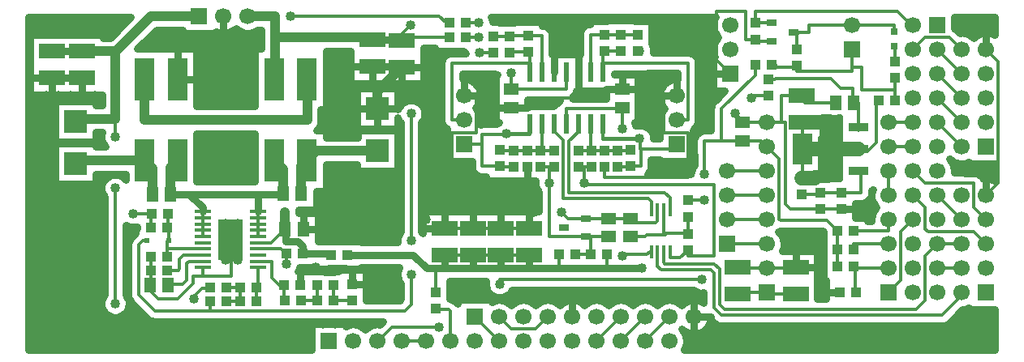
<source format=gbr>
G04 DipTrace 2.4.0.2*
%INTop.gbr*%
%MOIN*%
%ADD13C,0.013*%
%ADD14C,0.03*%
%ADD15C,0.0394*%
%ADD16C,0.025*%
%ADD17C,0.06*%
%ADD18C,0.04*%
%ADD19R,0.0433X0.0394*%
%ADD20R,0.1063X0.063*%
%ADD21R,0.0512X0.0591*%
%ADD22R,0.0591X0.0512*%
%ADD23R,0.0394X0.0433*%
%ADD25R,0.0945X0.0945*%
%ADD27R,0.0236X0.0236*%
%ADD28R,0.0315X0.0315*%
%ADD29R,0.0669X0.0669*%
%ADD30C,0.0669*%
%ADD32R,0.0413X0.0256*%
%ADD34R,0.0846X0.1772*%
%ADD35R,0.0709X0.0157*%
%ADD36R,0.0984X0.1654*%
%ADD37R,0.0846X0.0374*%
%ADD38R,0.0846X0.128*%
%ADD39R,0.0157X0.0551*%
%ADD40R,0.0236X0.0787*%
%FSLAX44Y44*%
G04*
G70*
G90*
G75*
G01*
%LNTop*%
%LPD*%
X28359Y8503D2*
D13*
Y7940D1*
D14*
X26396D1*
D13*
Y8503D1*
X36128Y6878D2*
X35003D1*
X34940Y6940D1*
X33815D1*
X33753Y6878D1*
X29815Y7940D2*
D14*
X28359D1*
X34999Y15064D2*
D13*
X34408D1*
X34297Y14954D1*
X17697Y8490D2*
D14*
X20406D1*
X20956Y7940D1*
X21342D1*
X21752D1*
X22861D1*
X24019D1*
X25161D1*
X26396D1*
X21690Y8491D2*
D13*
X22861D1*
X24013D1*
X24019Y8497D1*
X25170D1*
D14*
X25161D1*
Y7940D1*
X24019Y8497D2*
Y7940D1*
X22861Y8491D2*
Y7940D1*
X21690Y8491D2*
Y8002D1*
X21752Y7940D1*
X21342Y6942D2*
D13*
Y7940D1*
X5575Y16877D2*
D14*
X6794D1*
Y16873D1*
D15*
X8188D1*
Y14094D1*
X6649D1*
X6527Y13972D1*
X11621Y18314D2*
X9633D1*
X8192Y16873D1*
X8188Y14094D2*
D13*
Y13334D1*
X8172Y13350D1*
Y11239D2*
Y6487D1*
X11409Y6672D2*
Y6798D1*
X11735Y7125D1*
X12062D1*
X12080Y7143D1*
X21893Y18035D2*
X21759D1*
X21483Y18310D1*
X15365D1*
X33940Y13190D2*
X33065D1*
Y14503D1*
X34462Y15899D1*
Y16312D1*
X33065Y13190D2*
X32381D1*
Y11816D1*
Y10753D2*
X31711D1*
X31693Y10735D1*
X33940Y13190D2*
X34690D1*
X34940Y12940D1*
X37838Y9472D2*
Y8714D1*
X37833Y8003D2*
Y8714D1*
X37838D1*
X34940Y12940D2*
X35440Y12440D1*
Y9960D1*
X35495Y9905D1*
X37405D1*
X37838Y9472D1*
X18940Y4940D2*
X18966D1*
X19541Y5515D1*
X21460D1*
X23960Y7296D2*
Y7493D1*
X32257D1*
X18725Y17342D2*
D14*
X19925D1*
D13*
X19943Y17324D1*
X12076Y6580D2*
Y6176D1*
X9800D1*
X9141Y6836D1*
Y8922D1*
X9309Y9090D1*
X9488D1*
X13621Y18314D2*
D15*
X14735D1*
Y17452D1*
Y15771D1*
X14692Y15728D1*
X18725Y17342D2*
Y17452D1*
X14735D1*
X21893Y17444D2*
D13*
X20063D1*
X19943Y17324D1*
Y17581D1*
X20298Y17936D1*
X20322Y14302D2*
Y9094D1*
Y7700D2*
X20342D1*
Y6456D1*
X20062Y6176D1*
X12076D1*
X40940Y16940D2*
X41440Y17440D1*
X42440D1*
X42940Y16940D1*
X41940D2*
X42940Y15940D1*
X41940D2*
X42940Y14940D1*
X41940D2*
X42940Y13940D1*
X41940D2*
X42940Y12940D1*
X40940Y11940D2*
X41440Y11440D1*
X43440D1*
Y10440D1*
X43940Y9940D1*
Y8940D2*
X43440Y9440D1*
X41560D1*
X41440Y9560D1*
Y10440D1*
X40940Y10940D1*
X41940D2*
X42940Y9940D1*
X30193Y8628D2*
X30128D1*
X30003Y8503D1*
X29065D1*
X29003Y8440D1*
X26192Y13879D2*
Y13578D1*
X26568Y13203D1*
Y10816D1*
X30068D1*
X30193Y10691D1*
Y10360D1*
X30961D2*
Y10847D1*
X30742Y11066D1*
X26818D1*
Y13192D1*
X27193Y13567D1*
Y13878D1*
X27192Y13879D1*
X14046Y8739D2*
X14988D1*
X15190Y8537D1*
Y8113D1*
X37128Y10373D2*
X37984D1*
X38003Y10391D1*
X36378Y15044D2*
X36509D1*
Y14767D1*
X37759D1*
X37940Y6940D2*
X37128D1*
X37003Y7065D1*
Y7905D1*
X36905Y8003D1*
X36150D1*
X36128Y7980D1*
X35141Y17287D2*
X34560D1*
X34481Y17365D1*
X36378Y15044D2*
X35554D1*
Y13940D1*
X35692D1*
Y10594D1*
X35913Y10373D1*
X37128D1*
X43940Y16940D2*
X44440Y16440D1*
Y11440D1*
X43940Y10940D1*
X34481Y17365D2*
X34065D1*
Y18503D1*
X32878D1*
Y16503D1*
X33440Y15940D1*
X30449Y10360D2*
Y9884D1*
X30380Y9816D1*
X29498D1*
X29330Y9983D1*
X27505Y10001D2*
X28432D1*
Y9999D1*
X29314D1*
X29330Y9983D1*
X28993Y15314D2*
X27257D1*
X27193Y15379D1*
Y16004D1*
X27192Y16005D1*
X24447Y14566D2*
X25192D1*
X25567Y14941D1*
X26943D1*
X27257Y15256D1*
Y15314D1*
X26192Y16005D2*
Y17504D1*
X27192D1*
Y16005D1*
X28278Y12129D2*
Y11691D1*
X31693D1*
Y13511D1*
X30693D1*
Y15036D1*
X31224D1*
X22489Y15040D2*
X23005D1*
Y13523D1*
X22005D1*
Y11628D1*
X25380D1*
X25101D1*
Y12129D1*
X24447Y14566D2*
Y14441D1*
X23942D1*
X23344Y15040D1*
X22489D1*
X28993Y15314D2*
X30070D1*
X30348Y15036D1*
X31224D1*
X27505Y10001D2*
X26757D1*
X26505Y10253D1*
X25380D2*
Y11628D1*
X34940Y7940D2*
X33793D1*
X33753Y7980D1*
X34940Y7940D2*
X36088D1*
X36128Y7980D1*
X33940Y13938D2*
X34938D1*
X34940Y13940D1*
X35554D1*
X33940Y13938D2*
Y14003D1*
X33628Y14315D1*
X19940Y4940D2*
X20940D1*
X9651Y8434D2*
Y7860D1*
X9639Y7849D1*
Y7289D1*
X9600Y7250D1*
Y7015D1*
X9923Y6692D1*
X10737D1*
X11368Y7323D1*
Y7619D1*
X11762D1*
X12940D1*
Y8287D1*
Y9087D1*
X12904Y9123D1*
X11762Y7972D2*
Y7619D1*
X18725Y16240D2*
D14*
X19925D1*
D13*
X19943Y16222D1*
X5575Y15775D2*
D14*
X6794D1*
Y15771D1*
X18953Y14507D2*
D15*
Y15231D1*
X19943Y16222D1*
X17896Y7297D2*
D13*
Y8001D1*
X16419D1*
X15783D1*
Y7263D1*
X16672Y9556D2*
X16663Y9566D1*
X15895D1*
X12690Y8287D2*
X13190D1*
X12690Y8787D2*
X13190D1*
X12690Y9287D2*
X13190D1*
X12690Y9787D2*
X13190D1*
X12690D2*
Y9287D1*
Y8787D1*
Y8287D1*
X12940D1*
X21690Y9594D2*
X22861D1*
X24013D1*
X24019Y9600D1*
X25170D1*
X35141Y18035D2*
X34481D1*
X40940Y17940D2*
X40878D1*
X40315Y18503D1*
X34481D1*
Y18035D1*
X36407Y12841D2*
Y11696D1*
X36378Y11667D1*
X36407Y12841D2*
Y13913D1*
X36378Y13942D1*
X38690Y12841D2*
Y12798D1*
X39107D1*
X39440Y13131D1*
Y14846D1*
X39531D1*
X36407Y12841D2*
X38690D1*
X41940Y8940D2*
X42940D1*
X41940D2*
X41440Y8440D1*
Y6627D1*
X41066Y6253D1*
X33212D1*
X33003Y6462D1*
Y7909D1*
X32784Y8128D1*
X30737D1*
X30690Y8174D1*
Y8614D1*
X30705Y8628D1*
X15802Y6621D2*
X16472D1*
X16480Y6630D1*
X16482Y7246D2*
Y6632D1*
X15806Y11007D2*
D15*
Y12145D1*
X16043Y12381D1*
X18953Y12775D2*
X16437D1*
X16043Y12381D1*
X9385D2*
X6669D1*
X6527Y12239D1*
X9704Y10999D2*
Y12062D1*
X9385Y12381D1*
X11762Y8227D2*
D13*
X11197D1*
X11120Y8151D1*
Y7466D1*
X10931Y7277D1*
X10375D1*
X10348Y7250D1*
X14046Y8227D2*
X14615D1*
Y7558D1*
X14920Y7253D1*
X15104D1*
X15114Y7263D1*
Y6640D1*
X15132Y6621D1*
X11762Y8483D2*
X10969D1*
X10813Y8328D1*
Y7903D1*
X10778Y7867D1*
X10327D1*
X10308Y7849D1*
X13972Y6579D2*
Y7149D1*
X13973D1*
X14046Y7972D2*
Y7222D1*
X13973Y7149D1*
X12749Y7143D2*
X13298D1*
X13303Y7149D1*
X12745Y6580D2*
X13303D1*
Y6579D1*
Y7149D1*
X36378Y10998D2*
X37128D1*
Y11042D1*
X37984D1*
X38003Y11060D1*
X38815D1*
Y11810D1*
X38690Y11935D1*
X38440Y17940D2*
X36686D1*
Y17661D1*
X36264D1*
X36046D1*
X36165Y16942D2*
Y17561D1*
X36264Y17661D1*
X40180Y17690D2*
Y17936D1*
X40161Y17956D1*
X38456D1*
X38440Y17940D1*
X31693Y10066D2*
Y9360D1*
X30705Y10360D2*
Y9378D1*
X31756D1*
X31774Y9360D1*
X31693D1*
X29330Y9235D2*
X29925D1*
X30005Y9316D1*
X30767D1*
X30705Y9378D1*
X40200Y14846D2*
Y15279D1*
X38852D1*
Y16204D1*
X38440D1*
Y16940D1*
X35131Y16312D2*
X35298D1*
Y16233D1*
X36165D1*
X36184D1*
Y16037D1*
X38440D1*
Y16940D1*
X40190Y15781D2*
X40200Y15279D1*
X36165Y16273D2*
Y16233D1*
X25692Y13879D2*
Y12816D1*
X25615D1*
Y12798D1*
X25636D1*
X25101D2*
X25615D1*
X25101D2*
X24538D1*
X23983D1*
X23976Y12804D1*
X26200Y12798D2*
X25646D1*
X25615Y12816D1*
X27692Y13879D2*
Y12813D1*
X27707Y12798D1*
X27736D1*
X28278D1*
X28809D1*
X29338D1*
X29348Y12808D1*
X27192Y12798D2*
X27707D1*
X25692Y16005D2*
Y17504D1*
X25130D1*
X24398D1*
X24380Y17486D1*
X23692D1*
X28943Y17567D2*
X28273D1*
X28255Y17548D1*
X27711D1*
X27693Y17567D1*
Y16005D1*
X27692D1*
X29630Y17548D2*
X28961D1*
X28943Y17567D1*
X34940Y8940D2*
X33319D1*
X33318Y8941D1*
Y9941D2*
X34940D1*
Y9940D1*
Y10940D2*
X33319D1*
X33318Y10941D1*
Y11941D2*
X34940D1*
Y11940D1*
X39940Y7940D2*
X38565D1*
X38503Y8003D1*
X38609Y6940D2*
X38565D1*
Y7940D1*
X39940Y8940D2*
X38507D1*
Y8714D1*
Y9472D2*
X39940D1*
Y9940D1*
Y10940D2*
Y11940D1*
X25940Y5940D2*
X25440Y5440D1*
X24440D1*
X23940Y5940D1*
Y4940D2*
X22940Y5940D1*
X30940D2*
X29940Y4940D1*
X28940Y5940D2*
X27940Y4940D1*
X29940Y5940D2*
X28940Y4940D1*
X17152Y7246D2*
Y6632D1*
X17150Y6630D1*
X17894D1*
X17896Y6627D1*
X40190Y16450D2*
Y17090D1*
X40180Y17100D1*
X26692Y13879D2*
Y14504D1*
X28930D1*
X28993Y14566D1*
X22562Y18035D2*
X23113D1*
X28993Y13692D2*
Y14566D1*
X24447Y15314D2*
X26692D1*
Y16005D1*
X24447Y15314D2*
Y15983D1*
X24436Y15972D1*
X23113Y17444D2*
X22562D1*
X38507Y14767D2*
X38694D1*
Y13625D1*
X38573Y13746D1*
X38690D1*
X34999Y15733D2*
X35273D1*
X35291Y15751D1*
X37572D1*
X37956Y15367D1*
X38468D1*
Y14767D1*
X38507D1*
X10328Y10201D2*
Y9628D1*
X10314Y9614D1*
X10355Y9090D2*
Y9574D1*
X10314Y9614D1*
X10320Y8434D2*
Y8739D1*
Y9055D1*
X10355Y9090D1*
X11762Y8739D2*
X10320D1*
X9645Y9614D2*
Y10187D1*
X9659Y10201D1*
X14046Y8995D2*
X14576D1*
X15147Y9566D1*
D14*
X15186D1*
Y9035D1*
X15678D1*
X15859Y8854D1*
Y8537D1*
X17028D1*
Y8490D1*
X9385Y15728D2*
D15*
Y14050D1*
X15143D1*
X16062D1*
Y15708D1*
X16043Y15728D1*
X15147Y9566D2*
X15143Y10261D1*
X9659Y10201D2*
D13*
X8893D1*
X30961Y8628D2*
Y8378D1*
X31381D1*
X31693Y8691D1*
X27065Y8503D2*
X27690D1*
Y9253D1*
X27505D1*
X28432D1*
Y9251D1*
X27505Y9253D2*
X26003D1*
Y11441D1*
Y12129D1*
X25636D1*
X31693Y8691D2*
Y8440D1*
X32756D1*
Y11378D1*
X27505D1*
X27440Y11443D1*
Y12129D1*
X27736D1*
X26200D2*
X25636D1*
X27192D2*
X27735D1*
X27736D1*
X30449Y8628D2*
Y8022D1*
X30593Y7878D1*
X32631D1*
X32756Y7753D1*
Y6325D1*
X33078Y6003D1*
X42128D1*
X42940Y6815D1*
Y6940D1*
X41940Y7940D2*
X42940D1*
X11762Y9251D2*
Y9507D1*
Y9763D1*
Y10019D1*
Y10275D1*
X14046Y9251D2*
Y9507D1*
Y9763D1*
Y10019D1*
Y10275D1*
X10452Y10999D2*
D14*
X11204D1*
X11762Y10441D1*
Y10275D1*
X10452Y10999D2*
X14046D1*
X15050D1*
D13*
X15058Y11007D1*
X14046Y10275D2*
D14*
Y10999D1*
X10452D2*
D15*
Y12098D1*
X10735Y12381D1*
X15058Y11007D2*
Y12015D1*
X14692Y12381D1*
X21940Y4940D2*
D13*
Y6190D1*
X21878Y6253D1*
X21362D1*
X21342Y6273D1*
X24538Y12129D2*
X23983D1*
X23976Y12135D1*
X23253D1*
Y13040D1*
Y13441D1*
X25192D1*
Y13879D1*
X22489Y13040D2*
X23253D1*
X23692Y16817D2*
X23130D1*
X24235Y13468D2*
X25192D1*
Y13879D1*
Y16005D2*
Y16772D1*
X25130Y16835D1*
X24398D1*
X24380Y16817D1*
X22489Y14040D2*
X22003D1*
Y16373D1*
X25192D1*
Y16005D1*
X28809Y12129D2*
X29338D1*
X29348Y12139D1*
X29757D1*
Y12850D1*
X29737D1*
Y13251D1*
X28192D1*
Y13879D1*
X29757Y12850D2*
X31038D1*
X31224Y13036D1*
X29630Y16879D2*
X29718D1*
Y13271D2*
X28192D1*
Y13879D1*
Y16005D2*
Y16816D1*
X28255Y16879D1*
X28925D1*
X28943Y16897D1*
X31224Y14036D2*
X31693D1*
Y16393D1*
X28192D1*
Y16005D1*
X39940Y13940D2*
X40940D1*
Y9940D2*
X40440Y9440D1*
Y7440D1*
X39940Y6940D1*
Y12940D2*
X40940D1*
D18*
X29815Y7940D3*
X34297Y14954D3*
X8172Y13350D3*
Y11239D3*
Y6487D3*
X11409Y6672D3*
X15365Y18310D3*
X32381Y11816D3*
Y10753D3*
X21460Y5515D3*
X23960Y7296D3*
X32257Y7493D3*
X20298Y17936D3*
X20322Y14302D3*
Y9094D3*
Y7700D3*
X29003Y8440D3*
X15190Y8113D3*
X26505Y10253D3*
X25380D3*
X33628Y14315D3*
X16672Y9556D3*
X16419Y8001D3*
X23113Y18035D3*
X28993Y13692D3*
X24436Y15972D3*
X23113Y17444D3*
X15143Y10261D3*
Y14050D3*
X8893Y10201D3*
X26003Y11441D3*
X27440Y11443D3*
X23130Y16817D3*
X24235Y13468D3*
X29718Y16879D3*
Y13271D3*
X12690Y9787D3*
Y9287D3*
X20940Y16940D3*
Y16440D3*
Y15940D3*
Y15440D3*
Y14940D3*
Y14440D3*
Y13940D3*
Y13440D3*
Y12940D3*
Y12440D3*
Y11940D3*
Y11440D3*
Y10940D3*
Y10440D3*
Y9940D3*
X12235Y12393D3*
X8692Y5649D3*
X9192D3*
X12690Y8787D3*
Y8287D3*
X13190Y9787D3*
Y9287D3*
Y8787D3*
Y8287D3*
X10346Y17224D3*
X10846D3*
X11346D3*
X11846D3*
X37256Y13864D3*
Y13364D3*
Y12864D3*
Y12364D3*
X37819Y13864D3*
Y13364D3*
Y12864D3*
Y12364D3*
X37256Y11864D3*
X37819D3*
X36381Y13114D3*
Y12614D3*
X12346Y17224D3*
X12846D3*
X13346D3*
X13846D3*
X12735Y12393D3*
X13235D3*
X9692Y5649D3*
X10192D3*
X10692D3*
X11192D3*
X11692D3*
X12192D3*
X12692D3*
X13192D3*
X13692D3*
X14192D3*
X14692D3*
X12235Y11893D3*
X15692Y5649D3*
X16192D3*
X16692D3*
X17192D3*
X12735Y11893D3*
X13235D3*
X5346Y15058D3*
X5846D3*
X6346D3*
X6846D3*
X7346D3*
X18523Y15436D3*
X19023D3*
X19523D3*
X17190Y11037D3*
Y10537D3*
Y10037D3*
Y9537D3*
X37268Y13907D2*
D16*
X37906D1*
X37268Y13658D2*
X37906D1*
X37268Y13410D2*
X37906D1*
X37190Y13161D2*
X37906D1*
X37190Y12912D2*
X37906D1*
X37190Y12664D2*
X37906D1*
X37190Y12415D2*
X37906D1*
X37190Y12166D2*
X37906D1*
X37190Y11918D2*
X37906D1*
X36936Y11669D2*
X37906D1*
X37932Y14137D2*
X37916Y14141D1*
X37932Y14099D1*
Y14134D1*
X37244Y14137D1*
Y13292D1*
X37165Y13291D1*
Y11866D1*
X36909D1*
X36910Y11593D1*
X37475Y11594D1*
X37471Y11612D1*
X37936D1*
X37932Y12163D1*
X37936Y12457D1*
X37932Y12569D1*
Y14099D1*
X36378Y13942D2*
D17*
X37244D1*
X36378Y11667D2*
X36909D1*
X37932Y12841D2*
X38690D1*
X36407D2*
X37164D1*
X4620Y17991D2*
D14*
X8491D1*
X25718D2*
X27622D1*
X30221D2*
X32716D1*
X42668D2*
X44260D1*
X4620Y17693D2*
X8192D1*
X9831D2*
X10894D1*
X12968D2*
X13277D1*
X13964D2*
X14146D1*
X26104D2*
X27253D1*
X30221D2*
X32761D1*
X42819D2*
X44260D1*
X9531Y17394D2*
X14146D1*
X26149D2*
X27237D1*
X30221D2*
X32880D1*
X9236Y17095D2*
X14146D1*
X26149D2*
X27237D1*
X30266D2*
X32732D1*
X11549Y16797D2*
X13876D1*
X16856D2*
X17800D1*
X20866D2*
X21918D1*
X26149D2*
X27237D1*
X31861D2*
X32728D1*
X11549Y16498D2*
X13876D1*
X16856D2*
X17800D1*
X20866D2*
X21565D1*
X32136D2*
X32712D1*
X11549Y16199D2*
X13876D1*
X16856D2*
X17800D1*
X20866D2*
X21545D1*
X32148D2*
X32712D1*
X11549Y15901D2*
X13876D1*
X16856D2*
X17800D1*
X20866D2*
X21545D1*
X22462D2*
X23759D1*
X29680D2*
X31235D1*
X32148D2*
X32712D1*
X11549Y15602D2*
X13876D1*
X16856D2*
X17800D1*
X20866D2*
X21545D1*
X22929D2*
X23759D1*
X29680D2*
X30788D1*
X32148D2*
X32712D1*
X11549Y15303D2*
X13876D1*
X16856D2*
X18087D1*
X19817D2*
X21545D1*
X23163D2*
X23759D1*
X29680D2*
X30551D1*
X32148D2*
X32712D1*
X4620Y15005D2*
X7601D1*
X11549D2*
X13876D1*
X16856D2*
X18087D1*
X19817D2*
X21545D1*
X23216D2*
X23759D1*
X27018D2*
X28307D1*
X29680D2*
X30497D1*
X32148D2*
X32933D1*
X4620Y14706D2*
X5661D1*
X7390D2*
X7601D1*
X11549D2*
X13876D1*
X16856D2*
X18087D1*
X20743D2*
X21545D1*
X23130D2*
X23759D1*
X25136D2*
X26285D1*
X29680D2*
X30579D1*
X32148D2*
X32659D1*
X4620Y14407D2*
X5661D1*
X16651D2*
X18087D1*
X20903D2*
X21545D1*
X23110D2*
X23759D1*
X29680D2*
X30604D1*
X32148D2*
X32609D1*
X4620Y14109D2*
X5661D1*
X16651D2*
X18087D1*
X20879D2*
X21545D1*
X23212D2*
X23759D1*
X29680D2*
X30501D1*
X32148D2*
X32609D1*
X4620Y13810D2*
X5661D1*
X16597D2*
X18087D1*
X20780D2*
X21614D1*
X29905D2*
X30534D1*
X32087D2*
X32609D1*
X4620Y13511D2*
X5661D1*
X7390D2*
X7605D1*
X16856D2*
X18087D1*
X20780D2*
X21762D1*
X30254D2*
X30497D1*
X4620Y13212D2*
X5661D1*
X7390D2*
X7597D1*
X11549D2*
X13876D1*
X20780D2*
X21762D1*
X4620Y12914D2*
X5661D1*
X11549D2*
X13876D1*
X20780D2*
X21762D1*
X4620Y12615D2*
X5661D1*
X11549D2*
X13876D1*
X20780D2*
X21762D1*
X4620Y12316D2*
X5661D1*
X11549D2*
X13876D1*
X20780D2*
X22795D1*
X30213D2*
X31924D1*
X4620Y12018D2*
X5661D1*
X11549D2*
X13876D1*
X16856D2*
X18087D1*
X20780D2*
X22812D1*
X30196D2*
X31826D1*
X42664D2*
X44260D1*
X4620Y11719D2*
X5661D1*
X7390D2*
X7851D1*
X11549D2*
X13876D1*
X16856D2*
X19863D1*
X20780D2*
X23128D1*
X43791D2*
X44260D1*
X4620Y11420D2*
X5661D1*
X7390D2*
X7609D1*
X16856D2*
X19863D1*
X20780D2*
X25412D1*
X4620Y11122D2*
X7593D1*
X16454D2*
X19863D1*
X20780D2*
X25510D1*
X4620Y10823D2*
X7716D1*
X16454D2*
X19863D1*
X20780D2*
X25547D1*
X4620Y10524D2*
X7716D1*
X16454D2*
X19863D1*
X20780D2*
X25547D1*
X38591D2*
X39351D1*
X4620Y10226D2*
X7716D1*
X15732D2*
X19863D1*
X38591D2*
X39273D1*
X4620Y9927D2*
X7716D1*
X16544D2*
X19863D1*
X4620Y9628D2*
X7716D1*
X8629D2*
X9036D1*
X16544D2*
X19863D1*
X4620Y9330D2*
X7716D1*
X8629D2*
X8913D1*
X16544D2*
X19781D1*
X35548D2*
X37231D1*
X4620Y9031D2*
X7716D1*
X18303D2*
X19732D1*
X35659D2*
X37231D1*
X4620Y8732D2*
X7716D1*
X35634D2*
X37231D1*
X4620Y8433D2*
X7716D1*
X37049D2*
X37226D1*
X4620Y8135D2*
X7716D1*
X37049D2*
X37226D1*
X4620Y7836D2*
X7716D1*
X15707D2*
X17308D1*
X18484D2*
X19748D1*
X37049D2*
X37226D1*
X4620Y7537D2*
X7716D1*
X18484D2*
X19752D1*
X37049D2*
X37226D1*
X4620Y7239D2*
X7716D1*
X18484D2*
X19884D1*
X21929D2*
X23370D1*
X37049D2*
X37334D1*
X4620Y6940D2*
X7716D1*
X18484D2*
X19884D1*
X21929D2*
X23497D1*
X24426D2*
X32129D1*
X37049D2*
X37334D1*
X4620Y6641D2*
X7601D1*
X18484D2*
X19884D1*
X22084D2*
X32298D1*
X4620Y6343D2*
X7601D1*
X8744D2*
X9000D1*
X4620Y6044D2*
X7798D1*
X8547D2*
X9299D1*
X42803D2*
X44260D1*
X4620Y5745D2*
X19137D1*
X42504D2*
X44260D1*
X4620Y5447D2*
X16213D1*
X32460D2*
X44260D1*
X4620Y5148D2*
X16213D1*
X31636D2*
X44260D1*
X4620Y4849D2*
X16213D1*
X31660D2*
X44260D1*
X20823Y10271D2*
X23125D1*
X23152Y10277D1*
X25575D1*
X25576Y11078D1*
X25530Y11136D1*
X25473Y11254D1*
X25444Y11382D1*
X25445Y11512D1*
X25450Y11550D1*
X23979Y11554D1*
X23417Y11556D1*
Y11708D1*
X23253D1*
X23123Y11728D1*
X23006Y11786D1*
X22912Y11877D1*
X22850Y11992D1*
X22826Y12135D1*
Y12344D1*
X21792Y12343D1*
Y13668D1*
X21672Y13771D1*
X21606Y13884D1*
X21576Y14040D1*
Y16373D1*
X21596Y16502D1*
X21654Y16619D1*
X21745Y16713D1*
X21860Y16776D1*
X22003Y16800D1*
X22565D1*
X22485Y16885D1*
X21984Y16889D1*
X21553Y16885D1*
X21314D1*
Y17021D1*
X20839Y17017D1*
X20837Y16647D1*
Y15545D1*
X19050D1*
Y15564D1*
X17832Y15563D1*
Y16894D1*
X16827Y16893D1*
X16828Y14480D1*
X16619D1*
X16621Y14050D1*
X16606Y13920D1*
X16561Y13797D1*
X16438Y13629D1*
X16828D1*
X16830Y13334D1*
X18122D1*
X18118Y13610D1*
X19787D1*
Y11941D1*
X18118D1*
Y12216D1*
X16824D1*
X16828Y11660D1*
Y11133D1*
X16422D1*
X16424Y10350D1*
X15698D1*
X15702Y10233D1*
X15710Y10223D1*
X15765Y10219D1*
X15854Y10223D1*
X16513D1*
Y9048D1*
X17606Y9045D1*
X18037Y9049D1*
X18275D1*
Y9004D1*
X19768Y9002D1*
X19765Y9165D1*
X19796Y9292D1*
X19857Y9409D1*
X19897Y9455D1*
X19895Y13937D1*
X19850Y13998D1*
X19788Y14135D1*
X19787Y13673D1*
X18118D1*
Y15342D1*
X19787D1*
Y14475D1*
X19857Y14617D1*
X19942Y14716D1*
X20048Y14793D1*
X20169Y14843D1*
X20298Y14864D1*
X20429Y14854D1*
X20554Y14814D1*
X20666Y14747D1*
X20759Y14655D1*
X20829Y14544D1*
X20871Y14421D1*
X20884Y14302D1*
X20869Y14172D1*
X20824Y14049D1*
X20749Y13937D1*
Y9459D1*
X20797Y9388D1*
Y10271D1*
X20823D1*
X15669Y7822D2*
X15693Y7818D1*
X15782Y7822D1*
X16362D1*
Y7805D1*
X17061Y7801D1*
X17340Y7805D1*
X17337Y7875D1*
X18455D1*
Y6603D1*
X19888D1*
X19915Y6718D1*
Y7313D1*
X19850Y7395D1*
X19792Y7513D1*
X19763Y7641D1*
X19765Y7772D1*
X19796Y7899D1*
X19836Y7975D1*
X18700Y7978D1*
X18278D1*
X18275Y7931D1*
X17118Y7935D1*
X16687Y7931D1*
X16449D1*
Y8025D1*
X16438Y7978D1*
X15732D1*
X15692Y7860D1*
X15667Y7823D1*
X15704Y7822D1*
X23952Y18064D2*
X24571D1*
Y18083D1*
X25689D1*
X25692Y17931D1*
X25822Y17911D1*
X25939Y17853D1*
X26033Y17762D1*
X26095Y17647D1*
X26119Y17504D1*
Y16762D1*
X26172Y16756D1*
X26290Y16760D1*
X27266D1*
Y17567D1*
X27286Y17696D1*
X27344Y17813D1*
X27435Y17907D1*
X27550Y17969D1*
X27682Y17993D1*
X27696Y18020D1*
Y18127D1*
X28381D1*
X28384Y18145D1*
X29502D1*
Y18125D1*
X30189Y18127D1*
Y17183D1*
X30225Y17121D1*
X30267Y16997D1*
X30280Y16879D1*
X30273Y16818D1*
X31693Y16820D1*
X31822Y16800D1*
X31939Y16742D1*
X32033Y16651D1*
X32095Y16536D1*
X32120Y16393D1*
Y14036D1*
X32100Y13907D1*
X32042Y13790D1*
X31959Y13703D1*
X31921Y13602D1*
Y12340D1*
X30527D1*
Y12426D1*
X30181Y12423D1*
X30184Y12139D1*
X30164Y12010D1*
X30114Y11905D1*
X30023Y11806D1*
X31815Y11805D1*
X31823Y11887D1*
X31855Y12015D1*
X31915Y12131D1*
X31955Y12177D1*
X31954Y13190D1*
X31974Y13319D1*
X32032Y13436D1*
X32123Y13530D1*
X32238Y13592D1*
X32381Y13617D1*
X32639D1*
X32638Y14503D1*
X32658Y14632D1*
X32719Y14752D1*
X32856Y14897D1*
X33201Y15242D1*
X32744Y15244D1*
Y16637D1*
X32813D1*
X32778Y16724D1*
X32749Y16852D1*
X32745Y16983D1*
X32765Y17112D1*
X32809Y17235D1*
X32876Y17348D1*
X32954Y17438D1*
X32830Y17604D1*
X32778Y17724D1*
X32749Y17852D1*
X32745Y17983D1*
X32765Y18112D1*
X32809Y18235D1*
X32840Y18288D1*
X27642Y18290D1*
X23611D1*
X23663Y18153D1*
X23672Y18068D1*
X24251Y18064D1*
Y18060D1*
X6471Y17550D2*
X7688D1*
Y17431D1*
X7963Y17432D1*
X8821Y18292D1*
X4590Y18290D1*
Y4591D1*
X16247Y4590D1*
X16244Y5162D1*
Y5637D1*
X17637D1*
Y5567D1*
X17808Y5624D1*
X17938Y5637D1*
X18069Y5625D1*
X18195Y5589D1*
X18312Y5530D1*
X18440Y5422D1*
X18565Y5527D1*
X18682Y5587D1*
X18808Y5624D1*
X18938Y5637D1*
X19048Y5627D1*
X19171Y5750D1*
X9800Y5749D1*
X9671Y5769D1*
X9551Y5830D1*
X9406Y5967D1*
X8839Y6534D1*
X8762Y6639D1*
X8720Y6767D1*
X8714Y6967D1*
Y8922D1*
X8734Y9052D1*
X8795Y9172D1*
X8932Y9317D1*
X9008Y9397D1*
Y9570D1*
X9070D1*
X9066Y9667D1*
X8988Y9647D1*
X8857Y9640D1*
X8728Y9664D1*
X8599Y9724D1*
Y6855D1*
X8680Y6730D1*
X8722Y6606D1*
X8734Y6487D1*
X8719Y6357D1*
X8674Y6234D1*
X8602Y6125D1*
X8507Y6036D1*
X8393Y5970D1*
X8267Y5933D1*
X8137Y5927D1*
X8008Y5950D1*
X7888Y6003D1*
X7784Y6082D1*
X7700Y6183D1*
X7643Y6300D1*
X7614Y6428D1*
X7615Y6559D1*
X7647Y6686D1*
X7707Y6802D1*
X7747Y6849D1*
X7745Y10871D1*
X7700Y10935D1*
X7643Y11052D1*
X7614Y11180D1*
X7615Y11311D1*
X7647Y11438D1*
X7707Y11554D1*
X7792Y11653D1*
X7898Y11730D1*
X8019Y11780D1*
X8149Y11801D1*
X8279Y11791D1*
X8404Y11751D1*
X8516Y11684D1*
X8601Y11601D1*
X8598Y11822D1*
X7363D1*
X7361Y11405D1*
X5692D1*
Y13074D1*
X7361D1*
Y12938D1*
X7784Y12944D1*
X7700Y13045D1*
X7643Y13162D1*
X7614Y13290D1*
X7615Y13421D1*
X7644Y13536D1*
X7364Y13535D1*
X7361Y13137D1*
X5692D1*
Y14806D1*
X7361D1*
Y14654D1*
X7629Y14653D1*
Y15090D1*
X7452Y15094D1*
X4681Y15098D1*
Y17554D1*
X6468Y17550D1*
X25104Y14888D2*
X25106Y14634D1*
X25672Y14630D1*
X26106Y14634D1*
X26172Y14630D1*
X26335Y14738D1*
X26438Y14846D1*
X26430Y14887D1*
X25104Y14882D1*
X25100Y14696D1*
X25212Y14634D1*
X26172D1*
X23944Y13948D2*
X23790D1*
Y15932D1*
X23876D1*
X23749Y15946D1*
X22432D1*
X22434Y15735D1*
X22565Y15732D1*
X22694Y15706D1*
X22815Y15656D1*
X22924Y15584D1*
X23018Y15493D1*
X23094Y15385D1*
X23148Y15266D1*
X23178Y15139D1*
X23185Y15014D1*
X23168Y14884D1*
X23127Y14759D1*
X23063Y14645D1*
X22973Y14539D1*
X23051Y14451D1*
X23118Y14339D1*
X23163Y14216D1*
X23186Y14040D1*
X23173Y13910D1*
X23158Y13858D1*
X23253Y13868D1*
X23839D1*
X23945Y13946D1*
X29650Y15184D2*
Y13948D1*
X29490D1*
X29542Y13807D1*
X29694Y13832D1*
X29825Y13823D1*
X29949Y13783D1*
X30062Y13715D1*
X30155Y13624D1*
X30225Y13513D1*
X30267Y13389D1*
X30282Y13277D1*
X30524D1*
X30527Y13733D1*
X30597D1*
X30562Y13820D1*
X30533Y13948D1*
X30529Y14079D1*
X30549Y14208D1*
X30593Y14331D1*
X30659Y14444D1*
X30738Y14534D1*
X30641Y14655D1*
X30580Y14771D1*
X30542Y14896D1*
X30527Y15026D1*
X30538Y15157D1*
X30572Y15283D1*
X30630Y15401D1*
X30709Y15505D1*
X30806Y15594D1*
X30918Y15662D1*
X31040Y15708D1*
X31169Y15731D1*
X31267D1*
X31266Y15968D1*
X28671Y15966D1*
X28677Y15932D1*
X29650D1*
X29649Y14696D1*
X28335Y14928D2*
X28339Y15184D1*
X28335Y15248D1*
X27712Y15253D1*
X27463Y15249D1*
X27114D1*
X27103Y15199D1*
X27049Y15080D1*
X26947Y14972D1*
X26955Y14931D1*
X28335Y14933D1*
Y15195D1*
X28172Y15249D1*
X27212Y15253D1*
X27111Y15249D1*
X27099Y15185D1*
X27041Y15068D1*
X26950Y14974D1*
X37019Y7555D2*
X37021Y6681D1*
X37358Y6680D1*
X37362Y6906D1*
Y7443D1*
X37255Y7444D1*
X37259Y9273D1*
X37258Y9448D1*
X37226Y9480D1*
X35491Y9478D1*
X35448Y9464D1*
X35421Y9439D1*
X35502Y9352D1*
X35569Y9239D1*
X35614Y9116D1*
X35637Y8940D1*
X35624Y8810D1*
X35575Y8658D1*
X37021Y8657D1*
X37020Y7303D1*
X42637Y18288D2*
Y17821D1*
X42742Y17742D1*
X42855Y17629D1*
X42938Y17637D1*
X43069Y17625D1*
X43195Y17589D1*
X43312Y17530D1*
X43440Y17422D1*
X43502Y17481D1*
X43611Y17554D1*
X43731Y17605D1*
X43860Y17632D1*
X43991Y17635D1*
X44120Y17613D1*
X44243Y17568D1*
X44290Y17543D1*
Y18289D1*
X42640Y18290D1*
X42423Y12440D2*
X42502Y12352D1*
X42569Y12239D1*
X42614Y12116D1*
X42637Y11940D1*
X42630Y11871D1*
X43440Y11867D1*
X43569Y11847D1*
X43686Y11789D1*
X43773Y11706D1*
X43834Y11629D1*
X43964Y11636D1*
X44094Y11620D1*
X44219Y11579D1*
X44290Y11543D1*
Y12244D1*
X43244D1*
Y12313D1*
X43114Y12266D1*
X42985Y12245D1*
X42854Y12249D1*
X42726Y12277D1*
X42605Y12329D1*
X42497Y12403D1*
X42442Y12458D1*
X32631Y5848D2*
X32597Y5708D1*
X32542Y5590D1*
X32466Y5483D1*
X32371Y5393D1*
X32261Y5322D1*
X32139Y5273D1*
X32011Y5247D1*
X31880Y5246D1*
X31751Y5270D1*
X31629Y5317D1*
X31517Y5386D1*
X31440Y5456D1*
X31569Y5239D1*
X31614Y5116D1*
X31637Y4940D1*
X31624Y4810D1*
X31588Y4684D1*
X31541Y4593D1*
X33312Y4590D1*
X44290D1*
Y6241D1*
X43324Y6244D1*
X43244D1*
Y6313D1*
X43114Y6266D1*
X42972Y6245D1*
X42430Y5701D1*
X42324Y5624D1*
X42196Y5582D1*
X41996Y5576D1*
X33078D1*
X32949Y5596D1*
X32829Y5657D1*
X32684Y5794D1*
X32629Y5849D1*
X12318Y17686D2*
Y17618D1*
X10925D1*
Y17753D1*
X9862Y17755D1*
X9086Y16977D1*
X10170Y16975D1*
X11521D1*
Y14609D1*
X13907Y14611D1*
Y16975D1*
X14173D1*
X14177Y17760D1*
X14031Y17751D1*
X13918Y17684D1*
X13795Y17640D1*
X13666Y17619D1*
X13535Y17623D1*
X13407Y17651D1*
X13286Y17703D1*
X13178Y17777D1*
X13123Y17832D1*
X13031Y17751D1*
X12918Y17684D1*
X12795Y17640D1*
X12666Y17619D1*
X12535Y17623D1*
X12407Y17651D1*
X12318Y17687D1*
X39248Y9897D2*
X39245Y9983D1*
X39265Y10112D1*
X39309Y10235D1*
X39376Y10348D1*
X39454Y10438D1*
X39330Y10604D1*
X39278Y10724D1*
X39249Y10852D1*
X39245Y10983D1*
X39265Y11112D1*
X39294Y11193D1*
X39242Y11154D1*
Y11060D1*
X39222Y10931D1*
X39164Y10814D1*
X39073Y10720D1*
X38958Y10658D1*
X38815Y10633D1*
X38562Y10628D1*
Y10030D1*
X39086Y10031D1*
Y9895D1*
X39241Y9899D1*
X21898Y6851D2*
X21901Y6675D1*
X22007Y6660D1*
X22127Y6599D1*
X22375Y6637D1*
X23637D1*
Y6567D1*
X23808Y6624D1*
X23938Y6637D1*
X24069Y6625D1*
X24195Y6589D1*
X24312Y6530D1*
X24440Y6422D1*
X24565Y6527D1*
X24682Y6587D1*
X24808Y6624D1*
X24938Y6637D1*
X25069Y6625D1*
X25195Y6589D1*
X25312Y6530D1*
X25440Y6422D1*
X25565Y6527D1*
X25682Y6587D1*
X25808Y6624D1*
X25938Y6637D1*
X26069Y6625D1*
X26195Y6589D1*
X26312Y6530D1*
X26440Y6422D1*
X26502Y6481D1*
X26611Y6554D1*
X26731Y6605D1*
X26860Y6632D1*
X26991Y6635D1*
X27120Y6613D1*
X27243Y6568D1*
X27355Y6500D1*
X27440Y6425D1*
X27565Y6527D1*
X27682Y6587D1*
X27808Y6624D1*
X27938Y6637D1*
X28069Y6625D1*
X28195Y6589D1*
X28312Y6530D1*
X28440Y6422D1*
X28565Y6527D1*
X28682Y6587D1*
X28808Y6624D1*
X28938Y6637D1*
X29069Y6625D1*
X29195Y6589D1*
X29312Y6530D1*
X29440Y6422D1*
X29565Y6527D1*
X29682Y6587D1*
X29808Y6624D1*
X29938Y6637D1*
X30069Y6625D1*
X30195Y6589D1*
X30312Y6530D1*
X30440Y6422D1*
X30565Y6527D1*
X30682Y6587D1*
X30808Y6624D1*
X30938Y6637D1*
X31069Y6625D1*
X31195Y6589D1*
X31312Y6530D1*
X31440Y6422D1*
X31502Y6481D1*
X31611Y6554D1*
X31731Y6605D1*
X31860Y6632D1*
X31991Y6635D1*
X32120Y6613D1*
X32243Y6568D1*
X32329Y6518D1*
Y6936D1*
X32221Y6932D1*
X32092Y6956D1*
X31973Y7009D1*
X31898Y7065D1*
X24469Y7066D1*
X24389Y6934D1*
X24294Y6845D1*
X24180Y6780D1*
X24055Y6743D1*
X23924Y6736D1*
X23795Y6759D1*
X23675Y6812D1*
X23571Y6891D1*
X23488Y6992D1*
X23430Y7109D1*
X23401Y7237D1*
X23402Y7368D1*
X23417Y7428D1*
X21898D1*
X21901Y6680D1*
X21990Y6665D1*
X22098Y6618D1*
X22180Y6555D1*
X22243Y6491D1*
X22244Y6637D1*
X22375D1*
X11521Y13494D2*
Y11509D1*
X13864Y11511D1*
X13909D1*
X13907Y12971D1*
Y13491D1*
X11522Y13492D1*
X21690Y10270D2*
Y9594D1*
X20797D2*
X21690D1*
X22861Y10270D2*
Y9594D1*
X24019Y10276D2*
Y9600D1*
X25170Y10276D2*
Y9600D1*
X15783Y7821D2*
Y7263D1*
X15895Y10223D2*
Y9566D1*
X16512D1*
X18725Y16240D2*
Y15563D1*
X17832Y16240D2*
X18725D1*
X19943Y16222D2*
Y15545D1*
Y16222D2*
X20836D1*
X6794Y15771D2*
Y15094D1*
X5575Y15775D2*
Y15099D1*
X4682Y15775D2*
X5575D1*
X23790Y14566D2*
X25104D1*
X28993Y15932D2*
Y15314D1*
X28336D2*
X29649D1*
X36128Y8656D2*
Y7980D1*
X37021D1*
X18953Y15341D2*
Y13674D1*
X18119Y14507D2*
X19787D1*
X26940Y6636D2*
Y5940D1*
X31940Y6636D2*
Y5244D1*
Y5940D2*
X32636D1*
X43940Y11636D2*
Y10940D1*
Y17636D2*
Y16940D1*
X12621Y18314D2*
Y17618D1*
X22489Y15736D2*
Y15040D1*
X23185D1*
X31224Y15732D2*
Y15036D1*
X30528D2*
X31224D1*
X32744Y15940D2*
X33440D1*
X17896Y7875D2*
Y7297D1*
X18454D1*
X25101Y12129D2*
Y11551D1*
X38003Y10391D2*
X38561D1*
X37362Y6940D2*
X37940D1*
X10735Y16975D2*
Y15728D1*
X11520D1*
X27192Y16760D2*
Y15249D1*
X26192Y16760D2*
Y16005D1*
D19*
X13303Y6579D3*
X13972D3*
D20*
X21690Y8491D3*
Y9594D3*
X22861Y8491D3*
Y9594D3*
X24019Y8497D3*
Y9600D3*
X25170Y8497D3*
Y9600D3*
D19*
X15132Y6621D3*
X15802D3*
D21*
X10348Y7250D3*
X9600D3*
D19*
X15114Y7263D3*
X15783D3*
D21*
X15147Y9566D3*
X15895D3*
D22*
X29330Y9235D3*
Y9983D3*
X28432Y9251D3*
Y9999D3*
D20*
X18725Y16240D3*
Y17342D3*
X19943Y16222D3*
Y17324D3*
D21*
X9704Y10999D3*
X10452D3*
X15058Y11007D3*
X15806D3*
D23*
X24538Y12129D3*
Y12798D3*
X24380Y16817D3*
Y17486D3*
D20*
X6794Y16873D3*
Y15771D3*
X5575Y16877D3*
Y15775D3*
D23*
X28809Y12129D3*
Y12798D3*
X28943Y16897D3*
Y17567D3*
D21*
X38507Y14767D3*
X37759D3*
D20*
X36378Y13942D3*
Y15044D3*
D23*
X37128Y11042D3*
Y10373D3*
D22*
X24447Y14566D3*
Y15314D3*
X28993Y14566D3*
Y15314D3*
D20*
X33753Y6878D3*
Y7980D3*
X36128Y6878D3*
Y7980D3*
D22*
X33940Y13190D3*
Y13938D3*
D25*
X6527Y13972D3*
Y12239D3*
X18953Y14507D3*
Y12775D3*
D27*
X10355Y9090D3*
X9488D3*
D28*
X40180Y17690D3*
Y17100D3*
D29*
X41940Y17940D3*
D30*
X40940D3*
X41940Y16940D3*
X40940D3*
X41940Y15940D3*
X40940D3*
X41940Y14940D3*
X40940D3*
X41940Y13940D3*
X40940D3*
X41940Y12940D3*
X40940D3*
X41940Y11940D3*
X40940D3*
X41940Y10940D3*
X40940D3*
X41940Y9940D3*
X40940D3*
X41940Y8940D3*
X40940D3*
X41940Y7940D3*
X40940D3*
X41940Y6940D3*
X40940D3*
D29*
X22940Y5940D3*
D30*
X23940D3*
X24940D3*
X25940D3*
X26940D3*
X27940D3*
X28940D3*
X29940D3*
X30940D3*
X31940D3*
D29*
X43940Y6940D3*
D30*
X42940D3*
X43940Y7940D3*
X42940D3*
X43940Y8940D3*
X42940D3*
X43940Y9940D3*
X42940D3*
X43940Y10940D3*
X42940D3*
D29*
X43940Y12940D3*
D30*
X42940D3*
X43940Y13940D3*
X42940D3*
X43940Y14940D3*
X42940D3*
X43940Y15940D3*
X42940D3*
X43940Y16940D3*
X42940D3*
D29*
X11621Y18314D3*
D30*
X12621D3*
X13621D3*
D29*
X22489Y13040D3*
D30*
Y14040D3*
Y15040D3*
D29*
X31224Y13036D3*
D30*
Y14036D3*
Y15036D3*
D29*
X38440Y16940D3*
D30*
Y17940D3*
D29*
X33440Y15940D3*
D30*
Y16940D3*
Y17940D3*
D29*
X33318Y8941D3*
D30*
Y9941D3*
Y10941D3*
Y11941D3*
D29*
X39940Y6940D3*
D30*
Y7940D3*
Y8940D3*
Y9940D3*
Y10940D3*
Y11940D3*
Y12940D3*
Y13940D3*
D29*
X34940Y6940D3*
D30*
Y7940D3*
Y8940D3*
Y9940D3*
Y10940D3*
Y11940D3*
Y12940D3*
Y13940D3*
D29*
X16940Y4940D3*
D30*
X17940D3*
X18940D3*
X19940D3*
X20940D3*
X21940D3*
X22940D3*
X23940D3*
X24940D3*
X25940D3*
X26940D3*
X27940D3*
X28940D3*
X29940D3*
X30940D3*
D32*
X35141Y18035D3*
Y17287D3*
X36046Y17661D3*
D19*
X12749Y7143D3*
X12080D3*
X12745Y6580D3*
X12076D3*
X13973Y7149D3*
X13303D3*
D23*
X17896Y7297D3*
Y6627D3*
D19*
X17152Y7246D3*
X16482D3*
X17150Y6630D3*
X16480D3*
X9639Y7849D3*
X10308D3*
X15190Y8537D3*
X15859D3*
X9651Y8434D3*
X10320D3*
X17697Y8490D3*
X17028D3*
X9645Y9614D3*
X10314D3*
X9659Y10201D3*
X10328D3*
X27690Y8503D3*
X28359D3*
X27065D3*
X26396D3*
D23*
X31693Y10066D3*
Y10735D3*
Y8691D3*
Y9360D3*
X25101Y12129D3*
Y12798D3*
X26200Y12129D3*
Y12798D3*
X23976Y12804D3*
Y12135D3*
X25130Y17504D3*
Y16835D3*
X25636Y12129D3*
Y12798D3*
X23692Y16817D3*
Y17486D3*
X28278Y12129D3*
Y12798D3*
X27192Y12129D3*
Y12798D3*
X29348Y12808D3*
Y12139D3*
X28255Y17548D3*
Y16879D3*
X27736Y12129D3*
Y12798D3*
X29630Y16879D3*
Y17548D3*
X34999Y15064D3*
Y15733D3*
D19*
X34462Y16312D3*
X35131D3*
X39531Y14846D3*
X40200D3*
D23*
X38003Y10391D3*
Y11060D3*
X36378Y10998D3*
Y11667D3*
X34481Y18035D3*
Y17365D3*
D19*
X22562Y17444D3*
X21893D3*
Y18035D3*
X22562D3*
X37940Y6940D3*
X38609D3*
X38503Y8003D3*
X37833D3*
D23*
X21342Y6273D3*
Y6942D3*
D19*
X38507Y8714D3*
X37838D3*
X38507Y9472D3*
X37838D3*
D23*
X36165Y16273D3*
Y16942D3*
X40190Y15781D3*
Y16450D3*
D34*
X9385Y12381D3*
X10735D3*
Y15728D3*
X9385D3*
X14692Y12381D3*
X16043D3*
Y15728D3*
X14692D3*
D35*
X14046Y7972D3*
Y8227D3*
Y8483D3*
Y8739D3*
Y8995D3*
Y9251D3*
Y9507D3*
Y9763D3*
Y10019D3*
Y10275D3*
X11762D3*
Y10019D3*
Y9763D3*
Y9507D3*
Y9251D3*
Y8995D3*
Y8739D3*
Y8483D3*
Y8227D3*
Y7972D3*
D36*
X12904Y9123D3*
D37*
X38690Y11935D3*
Y12841D3*
Y13746D3*
D38*
X36407Y12841D3*
D39*
X30193Y8628D3*
X30449D3*
X30705D3*
X30961D3*
Y10360D3*
X30705D3*
X30449D3*
X30193D3*
D32*
X27505Y9253D3*
Y10001D3*
X26600Y9627D3*
D40*
X25192Y13879D3*
X25692D3*
X26192D3*
X26692D3*
X27192D3*
X27692D3*
X28192D3*
Y16005D3*
X27692D3*
X27192D3*
X26692D3*
X26192D3*
X25692D3*
X25192D3*
M02*

</source>
